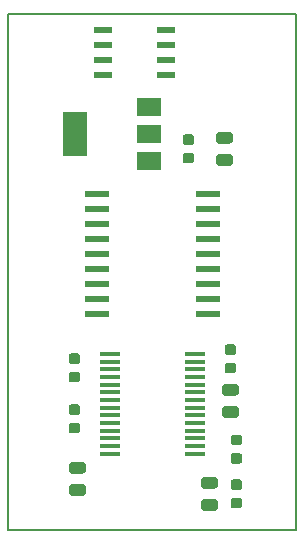
<source format=gbr>
%TF.GenerationSoftware,KiCad,Pcbnew,(5.0.2)-1*%
%TF.CreationDate,2020-12-10T22:03:50+01:00*%
%TF.ProjectId,canduino,63616e64-7569-46e6-9f2e-6b696361645f,rev?*%
%TF.SameCoordinates,Original*%
%TF.FileFunction,Paste,Bot*%
%TF.FilePolarity,Positive*%
%FSLAX46Y46*%
G04 Gerber Fmt 4.6, Leading zero omitted, Abs format (unit mm)*
G04 Created by KiCad (PCBNEW (5.0.2)-1) date 10.12.2020 22:03:50*
%MOMM*%
%LPD*%
G01*
G04 APERTURE LIST*
%ADD10C,0.200000*%
%ADD11C,0.100000*%
%ADD12C,0.975000*%
%ADD13C,0.875000*%
%ADD14R,2.000000X0.600000*%
%ADD15R,1.550000X0.600000*%
%ADD16R,2.000000X3.800000*%
%ADD17R,2.000000X1.500000*%
%ADD18R,1.750000X0.450000*%
G04 APERTURE END LIST*
D10*
X76708000Y-63500000D02*
X101092000Y-63500000D01*
X76708000Y-107188000D02*
X76708000Y-63500000D01*
X101092000Y-107188000D02*
X76708000Y-107188000D01*
X101092000Y-63500000D02*
X101092000Y-107188000D01*
D11*
G36*
X95476142Y-75381174D02*
X95499803Y-75384684D01*
X95523007Y-75390496D01*
X95545529Y-75398554D01*
X95567153Y-75408782D01*
X95587670Y-75421079D01*
X95606883Y-75435329D01*
X95624607Y-75451393D01*
X95640671Y-75469117D01*
X95654921Y-75488330D01*
X95667218Y-75508847D01*
X95677446Y-75530471D01*
X95685504Y-75552993D01*
X95691316Y-75576197D01*
X95694826Y-75599858D01*
X95696000Y-75623750D01*
X95696000Y-76111250D01*
X95694826Y-76135142D01*
X95691316Y-76158803D01*
X95685504Y-76182007D01*
X95677446Y-76204529D01*
X95667218Y-76226153D01*
X95654921Y-76246670D01*
X95640671Y-76265883D01*
X95624607Y-76283607D01*
X95606883Y-76299671D01*
X95587670Y-76313921D01*
X95567153Y-76326218D01*
X95545529Y-76336446D01*
X95523007Y-76344504D01*
X95499803Y-76350316D01*
X95476142Y-76353826D01*
X95452250Y-76355000D01*
X94539750Y-76355000D01*
X94515858Y-76353826D01*
X94492197Y-76350316D01*
X94468993Y-76344504D01*
X94446471Y-76336446D01*
X94424847Y-76326218D01*
X94404330Y-76313921D01*
X94385117Y-76299671D01*
X94367393Y-76283607D01*
X94351329Y-76265883D01*
X94337079Y-76246670D01*
X94324782Y-76226153D01*
X94314554Y-76204529D01*
X94306496Y-76182007D01*
X94300684Y-76158803D01*
X94297174Y-76135142D01*
X94296000Y-76111250D01*
X94296000Y-75623750D01*
X94297174Y-75599858D01*
X94300684Y-75576197D01*
X94306496Y-75552993D01*
X94314554Y-75530471D01*
X94324782Y-75508847D01*
X94337079Y-75488330D01*
X94351329Y-75469117D01*
X94367393Y-75451393D01*
X94385117Y-75435329D01*
X94404330Y-75421079D01*
X94424847Y-75408782D01*
X94446471Y-75398554D01*
X94468993Y-75390496D01*
X94492197Y-75384684D01*
X94515858Y-75381174D01*
X94539750Y-75380000D01*
X95452250Y-75380000D01*
X95476142Y-75381174D01*
X95476142Y-75381174D01*
G37*
D12*
X94996000Y-75867500D03*
D11*
G36*
X95476142Y-73506174D02*
X95499803Y-73509684D01*
X95523007Y-73515496D01*
X95545529Y-73523554D01*
X95567153Y-73533782D01*
X95587670Y-73546079D01*
X95606883Y-73560329D01*
X95624607Y-73576393D01*
X95640671Y-73594117D01*
X95654921Y-73613330D01*
X95667218Y-73633847D01*
X95677446Y-73655471D01*
X95685504Y-73677993D01*
X95691316Y-73701197D01*
X95694826Y-73724858D01*
X95696000Y-73748750D01*
X95696000Y-74236250D01*
X95694826Y-74260142D01*
X95691316Y-74283803D01*
X95685504Y-74307007D01*
X95677446Y-74329529D01*
X95667218Y-74351153D01*
X95654921Y-74371670D01*
X95640671Y-74390883D01*
X95624607Y-74408607D01*
X95606883Y-74424671D01*
X95587670Y-74438921D01*
X95567153Y-74451218D01*
X95545529Y-74461446D01*
X95523007Y-74469504D01*
X95499803Y-74475316D01*
X95476142Y-74478826D01*
X95452250Y-74480000D01*
X94539750Y-74480000D01*
X94515858Y-74478826D01*
X94492197Y-74475316D01*
X94468993Y-74469504D01*
X94446471Y-74461446D01*
X94424847Y-74451218D01*
X94404330Y-74438921D01*
X94385117Y-74424671D01*
X94367393Y-74408607D01*
X94351329Y-74390883D01*
X94337079Y-74371670D01*
X94324782Y-74351153D01*
X94314554Y-74329529D01*
X94306496Y-74307007D01*
X94300684Y-74283803D01*
X94297174Y-74260142D01*
X94296000Y-74236250D01*
X94296000Y-73748750D01*
X94297174Y-73724858D01*
X94300684Y-73701197D01*
X94306496Y-73677993D01*
X94314554Y-73655471D01*
X94324782Y-73633847D01*
X94337079Y-73613330D01*
X94351329Y-73594117D01*
X94367393Y-73576393D01*
X94385117Y-73560329D01*
X94404330Y-73546079D01*
X94424847Y-73533782D01*
X94446471Y-73523554D01*
X94468993Y-73515496D01*
X94492197Y-73509684D01*
X94515858Y-73506174D01*
X94539750Y-73505000D01*
X95452250Y-73505000D01*
X95476142Y-73506174D01*
X95476142Y-73506174D01*
G37*
D12*
X94996000Y-73992500D03*
D11*
G36*
X96289691Y-100706553D02*
X96310926Y-100709703D01*
X96331750Y-100714919D01*
X96351962Y-100722151D01*
X96371368Y-100731330D01*
X96389781Y-100742366D01*
X96407024Y-100755154D01*
X96422930Y-100769570D01*
X96437346Y-100785476D01*
X96450134Y-100802719D01*
X96461170Y-100821132D01*
X96470349Y-100840538D01*
X96477581Y-100860750D01*
X96482797Y-100881574D01*
X96485947Y-100902809D01*
X96487000Y-100924250D01*
X96487000Y-101361750D01*
X96485947Y-101383191D01*
X96482797Y-101404426D01*
X96477581Y-101425250D01*
X96470349Y-101445462D01*
X96461170Y-101464868D01*
X96450134Y-101483281D01*
X96437346Y-101500524D01*
X96422930Y-101516430D01*
X96407024Y-101530846D01*
X96389781Y-101543634D01*
X96371368Y-101554670D01*
X96351962Y-101563849D01*
X96331750Y-101571081D01*
X96310926Y-101576297D01*
X96289691Y-101579447D01*
X96268250Y-101580500D01*
X95755750Y-101580500D01*
X95734309Y-101579447D01*
X95713074Y-101576297D01*
X95692250Y-101571081D01*
X95672038Y-101563849D01*
X95652632Y-101554670D01*
X95634219Y-101543634D01*
X95616976Y-101530846D01*
X95601070Y-101516430D01*
X95586654Y-101500524D01*
X95573866Y-101483281D01*
X95562830Y-101464868D01*
X95553651Y-101445462D01*
X95546419Y-101425250D01*
X95541203Y-101404426D01*
X95538053Y-101383191D01*
X95537000Y-101361750D01*
X95537000Y-100924250D01*
X95538053Y-100902809D01*
X95541203Y-100881574D01*
X95546419Y-100860750D01*
X95553651Y-100840538D01*
X95562830Y-100821132D01*
X95573866Y-100802719D01*
X95586654Y-100785476D01*
X95601070Y-100769570D01*
X95616976Y-100755154D01*
X95634219Y-100742366D01*
X95652632Y-100731330D01*
X95672038Y-100722151D01*
X95692250Y-100714919D01*
X95713074Y-100709703D01*
X95734309Y-100706553D01*
X95755750Y-100705500D01*
X96268250Y-100705500D01*
X96289691Y-100706553D01*
X96289691Y-100706553D01*
G37*
D13*
X96012000Y-101143000D03*
D11*
G36*
X96289691Y-99131553D02*
X96310926Y-99134703D01*
X96331750Y-99139919D01*
X96351962Y-99147151D01*
X96371368Y-99156330D01*
X96389781Y-99167366D01*
X96407024Y-99180154D01*
X96422930Y-99194570D01*
X96437346Y-99210476D01*
X96450134Y-99227719D01*
X96461170Y-99246132D01*
X96470349Y-99265538D01*
X96477581Y-99285750D01*
X96482797Y-99306574D01*
X96485947Y-99327809D01*
X96487000Y-99349250D01*
X96487000Y-99786750D01*
X96485947Y-99808191D01*
X96482797Y-99829426D01*
X96477581Y-99850250D01*
X96470349Y-99870462D01*
X96461170Y-99889868D01*
X96450134Y-99908281D01*
X96437346Y-99925524D01*
X96422930Y-99941430D01*
X96407024Y-99955846D01*
X96389781Y-99968634D01*
X96371368Y-99979670D01*
X96351962Y-99988849D01*
X96331750Y-99996081D01*
X96310926Y-100001297D01*
X96289691Y-100004447D01*
X96268250Y-100005500D01*
X95755750Y-100005500D01*
X95734309Y-100004447D01*
X95713074Y-100001297D01*
X95692250Y-99996081D01*
X95672038Y-99988849D01*
X95652632Y-99979670D01*
X95634219Y-99968634D01*
X95616976Y-99955846D01*
X95601070Y-99941430D01*
X95586654Y-99925524D01*
X95573866Y-99908281D01*
X95562830Y-99889868D01*
X95553651Y-99870462D01*
X95546419Y-99850250D01*
X95541203Y-99829426D01*
X95538053Y-99808191D01*
X95537000Y-99786750D01*
X95537000Y-99349250D01*
X95538053Y-99327809D01*
X95541203Y-99306574D01*
X95546419Y-99285750D01*
X95553651Y-99265538D01*
X95562830Y-99246132D01*
X95573866Y-99227719D01*
X95586654Y-99210476D01*
X95601070Y-99194570D01*
X95616976Y-99180154D01*
X95634219Y-99167366D01*
X95652632Y-99156330D01*
X95672038Y-99147151D01*
X95692250Y-99139919D01*
X95713074Y-99134703D01*
X95734309Y-99131553D01*
X95755750Y-99130500D01*
X96268250Y-99130500D01*
X96289691Y-99131553D01*
X96289691Y-99131553D01*
G37*
D13*
X96012000Y-99568000D03*
D11*
G36*
X83030142Y-101446174D02*
X83053803Y-101449684D01*
X83077007Y-101455496D01*
X83099529Y-101463554D01*
X83121153Y-101473782D01*
X83141670Y-101486079D01*
X83160883Y-101500329D01*
X83178607Y-101516393D01*
X83194671Y-101534117D01*
X83208921Y-101553330D01*
X83221218Y-101573847D01*
X83231446Y-101595471D01*
X83239504Y-101617993D01*
X83245316Y-101641197D01*
X83248826Y-101664858D01*
X83250000Y-101688750D01*
X83250000Y-102176250D01*
X83248826Y-102200142D01*
X83245316Y-102223803D01*
X83239504Y-102247007D01*
X83231446Y-102269529D01*
X83221218Y-102291153D01*
X83208921Y-102311670D01*
X83194671Y-102330883D01*
X83178607Y-102348607D01*
X83160883Y-102364671D01*
X83141670Y-102378921D01*
X83121153Y-102391218D01*
X83099529Y-102401446D01*
X83077007Y-102409504D01*
X83053803Y-102415316D01*
X83030142Y-102418826D01*
X83006250Y-102420000D01*
X82093750Y-102420000D01*
X82069858Y-102418826D01*
X82046197Y-102415316D01*
X82022993Y-102409504D01*
X82000471Y-102401446D01*
X81978847Y-102391218D01*
X81958330Y-102378921D01*
X81939117Y-102364671D01*
X81921393Y-102348607D01*
X81905329Y-102330883D01*
X81891079Y-102311670D01*
X81878782Y-102291153D01*
X81868554Y-102269529D01*
X81860496Y-102247007D01*
X81854684Y-102223803D01*
X81851174Y-102200142D01*
X81850000Y-102176250D01*
X81850000Y-101688750D01*
X81851174Y-101664858D01*
X81854684Y-101641197D01*
X81860496Y-101617993D01*
X81868554Y-101595471D01*
X81878782Y-101573847D01*
X81891079Y-101553330D01*
X81905329Y-101534117D01*
X81921393Y-101516393D01*
X81939117Y-101500329D01*
X81958330Y-101486079D01*
X81978847Y-101473782D01*
X82000471Y-101463554D01*
X82022993Y-101455496D01*
X82046197Y-101449684D01*
X82069858Y-101446174D01*
X82093750Y-101445000D01*
X83006250Y-101445000D01*
X83030142Y-101446174D01*
X83030142Y-101446174D01*
G37*
D12*
X82550000Y-101932500D03*
D11*
G36*
X83030142Y-103321174D02*
X83053803Y-103324684D01*
X83077007Y-103330496D01*
X83099529Y-103338554D01*
X83121153Y-103348782D01*
X83141670Y-103361079D01*
X83160883Y-103375329D01*
X83178607Y-103391393D01*
X83194671Y-103409117D01*
X83208921Y-103428330D01*
X83221218Y-103448847D01*
X83231446Y-103470471D01*
X83239504Y-103492993D01*
X83245316Y-103516197D01*
X83248826Y-103539858D01*
X83250000Y-103563750D01*
X83250000Y-104051250D01*
X83248826Y-104075142D01*
X83245316Y-104098803D01*
X83239504Y-104122007D01*
X83231446Y-104144529D01*
X83221218Y-104166153D01*
X83208921Y-104186670D01*
X83194671Y-104205883D01*
X83178607Y-104223607D01*
X83160883Y-104239671D01*
X83141670Y-104253921D01*
X83121153Y-104266218D01*
X83099529Y-104276446D01*
X83077007Y-104284504D01*
X83053803Y-104290316D01*
X83030142Y-104293826D01*
X83006250Y-104295000D01*
X82093750Y-104295000D01*
X82069858Y-104293826D01*
X82046197Y-104290316D01*
X82022993Y-104284504D01*
X82000471Y-104276446D01*
X81978847Y-104266218D01*
X81958330Y-104253921D01*
X81939117Y-104239671D01*
X81921393Y-104223607D01*
X81905329Y-104205883D01*
X81891079Y-104186670D01*
X81878782Y-104166153D01*
X81868554Y-104144529D01*
X81860496Y-104122007D01*
X81854684Y-104098803D01*
X81851174Y-104075142D01*
X81850000Y-104051250D01*
X81850000Y-103563750D01*
X81851174Y-103539858D01*
X81854684Y-103516197D01*
X81860496Y-103492993D01*
X81868554Y-103470471D01*
X81878782Y-103448847D01*
X81891079Y-103428330D01*
X81905329Y-103409117D01*
X81921393Y-103391393D01*
X81939117Y-103375329D01*
X81958330Y-103361079D01*
X81978847Y-103348782D01*
X82000471Y-103338554D01*
X82022993Y-103330496D01*
X82046197Y-103324684D01*
X82069858Y-103321174D01*
X82093750Y-103320000D01*
X83006250Y-103320000D01*
X83030142Y-103321174D01*
X83030142Y-103321174D01*
G37*
D12*
X82550000Y-103807500D03*
D11*
G36*
X95984142Y-96717174D02*
X96007803Y-96720684D01*
X96031007Y-96726496D01*
X96053529Y-96734554D01*
X96075153Y-96744782D01*
X96095670Y-96757079D01*
X96114883Y-96771329D01*
X96132607Y-96787393D01*
X96148671Y-96805117D01*
X96162921Y-96824330D01*
X96175218Y-96844847D01*
X96185446Y-96866471D01*
X96193504Y-96888993D01*
X96199316Y-96912197D01*
X96202826Y-96935858D01*
X96204000Y-96959750D01*
X96204000Y-97447250D01*
X96202826Y-97471142D01*
X96199316Y-97494803D01*
X96193504Y-97518007D01*
X96185446Y-97540529D01*
X96175218Y-97562153D01*
X96162921Y-97582670D01*
X96148671Y-97601883D01*
X96132607Y-97619607D01*
X96114883Y-97635671D01*
X96095670Y-97649921D01*
X96075153Y-97662218D01*
X96053529Y-97672446D01*
X96031007Y-97680504D01*
X96007803Y-97686316D01*
X95984142Y-97689826D01*
X95960250Y-97691000D01*
X95047750Y-97691000D01*
X95023858Y-97689826D01*
X95000197Y-97686316D01*
X94976993Y-97680504D01*
X94954471Y-97672446D01*
X94932847Y-97662218D01*
X94912330Y-97649921D01*
X94893117Y-97635671D01*
X94875393Y-97619607D01*
X94859329Y-97601883D01*
X94845079Y-97582670D01*
X94832782Y-97562153D01*
X94822554Y-97540529D01*
X94814496Y-97518007D01*
X94808684Y-97494803D01*
X94805174Y-97471142D01*
X94804000Y-97447250D01*
X94804000Y-96959750D01*
X94805174Y-96935858D01*
X94808684Y-96912197D01*
X94814496Y-96888993D01*
X94822554Y-96866471D01*
X94832782Y-96844847D01*
X94845079Y-96824330D01*
X94859329Y-96805117D01*
X94875393Y-96787393D01*
X94893117Y-96771329D01*
X94912330Y-96757079D01*
X94932847Y-96744782D01*
X94954471Y-96734554D01*
X94976993Y-96726496D01*
X95000197Y-96720684D01*
X95023858Y-96717174D01*
X95047750Y-96716000D01*
X95960250Y-96716000D01*
X95984142Y-96717174D01*
X95984142Y-96717174D01*
G37*
D12*
X95504000Y-97203500D03*
D11*
G36*
X95984142Y-94842174D02*
X96007803Y-94845684D01*
X96031007Y-94851496D01*
X96053529Y-94859554D01*
X96075153Y-94869782D01*
X96095670Y-94882079D01*
X96114883Y-94896329D01*
X96132607Y-94912393D01*
X96148671Y-94930117D01*
X96162921Y-94949330D01*
X96175218Y-94969847D01*
X96185446Y-94991471D01*
X96193504Y-95013993D01*
X96199316Y-95037197D01*
X96202826Y-95060858D01*
X96204000Y-95084750D01*
X96204000Y-95572250D01*
X96202826Y-95596142D01*
X96199316Y-95619803D01*
X96193504Y-95643007D01*
X96185446Y-95665529D01*
X96175218Y-95687153D01*
X96162921Y-95707670D01*
X96148671Y-95726883D01*
X96132607Y-95744607D01*
X96114883Y-95760671D01*
X96095670Y-95774921D01*
X96075153Y-95787218D01*
X96053529Y-95797446D01*
X96031007Y-95805504D01*
X96007803Y-95811316D01*
X95984142Y-95814826D01*
X95960250Y-95816000D01*
X95047750Y-95816000D01*
X95023858Y-95814826D01*
X95000197Y-95811316D01*
X94976993Y-95805504D01*
X94954471Y-95797446D01*
X94932847Y-95787218D01*
X94912330Y-95774921D01*
X94893117Y-95760671D01*
X94875393Y-95744607D01*
X94859329Y-95726883D01*
X94845079Y-95707670D01*
X94832782Y-95687153D01*
X94822554Y-95665529D01*
X94814496Y-95643007D01*
X94808684Y-95619803D01*
X94805174Y-95596142D01*
X94804000Y-95572250D01*
X94804000Y-95084750D01*
X94805174Y-95060858D01*
X94808684Y-95037197D01*
X94814496Y-95013993D01*
X94822554Y-94991471D01*
X94832782Y-94969847D01*
X94845079Y-94949330D01*
X94859329Y-94930117D01*
X94875393Y-94912393D01*
X94893117Y-94896329D01*
X94912330Y-94882079D01*
X94932847Y-94869782D01*
X94954471Y-94859554D01*
X94976993Y-94851496D01*
X95000197Y-94845684D01*
X95023858Y-94842174D01*
X95047750Y-94841000D01*
X95960250Y-94841000D01*
X95984142Y-94842174D01*
X95984142Y-94842174D01*
G37*
D12*
X95504000Y-95328500D03*
D11*
G36*
X96289691Y-102916053D02*
X96310926Y-102919203D01*
X96331750Y-102924419D01*
X96351962Y-102931651D01*
X96371368Y-102940830D01*
X96389781Y-102951866D01*
X96407024Y-102964654D01*
X96422930Y-102979070D01*
X96437346Y-102994976D01*
X96450134Y-103012219D01*
X96461170Y-103030632D01*
X96470349Y-103050038D01*
X96477581Y-103070250D01*
X96482797Y-103091074D01*
X96485947Y-103112309D01*
X96487000Y-103133750D01*
X96487000Y-103571250D01*
X96485947Y-103592691D01*
X96482797Y-103613926D01*
X96477581Y-103634750D01*
X96470349Y-103654962D01*
X96461170Y-103674368D01*
X96450134Y-103692781D01*
X96437346Y-103710024D01*
X96422930Y-103725930D01*
X96407024Y-103740346D01*
X96389781Y-103753134D01*
X96371368Y-103764170D01*
X96351962Y-103773349D01*
X96331750Y-103780581D01*
X96310926Y-103785797D01*
X96289691Y-103788947D01*
X96268250Y-103790000D01*
X95755750Y-103790000D01*
X95734309Y-103788947D01*
X95713074Y-103785797D01*
X95692250Y-103780581D01*
X95672038Y-103773349D01*
X95652632Y-103764170D01*
X95634219Y-103753134D01*
X95616976Y-103740346D01*
X95601070Y-103725930D01*
X95586654Y-103710024D01*
X95573866Y-103692781D01*
X95562830Y-103674368D01*
X95553651Y-103654962D01*
X95546419Y-103634750D01*
X95541203Y-103613926D01*
X95538053Y-103592691D01*
X95537000Y-103571250D01*
X95537000Y-103133750D01*
X95538053Y-103112309D01*
X95541203Y-103091074D01*
X95546419Y-103070250D01*
X95553651Y-103050038D01*
X95562830Y-103030632D01*
X95573866Y-103012219D01*
X95586654Y-102994976D01*
X95601070Y-102979070D01*
X95616976Y-102964654D01*
X95634219Y-102951866D01*
X95652632Y-102940830D01*
X95672038Y-102931651D01*
X95692250Y-102924419D01*
X95713074Y-102919203D01*
X95734309Y-102916053D01*
X95755750Y-102915000D01*
X96268250Y-102915000D01*
X96289691Y-102916053D01*
X96289691Y-102916053D01*
G37*
D13*
X96012000Y-103352500D03*
D11*
G36*
X96289691Y-104491053D02*
X96310926Y-104494203D01*
X96331750Y-104499419D01*
X96351962Y-104506651D01*
X96371368Y-104515830D01*
X96389781Y-104526866D01*
X96407024Y-104539654D01*
X96422930Y-104554070D01*
X96437346Y-104569976D01*
X96450134Y-104587219D01*
X96461170Y-104605632D01*
X96470349Y-104625038D01*
X96477581Y-104645250D01*
X96482797Y-104666074D01*
X96485947Y-104687309D01*
X96487000Y-104708750D01*
X96487000Y-105146250D01*
X96485947Y-105167691D01*
X96482797Y-105188926D01*
X96477581Y-105209750D01*
X96470349Y-105229962D01*
X96461170Y-105249368D01*
X96450134Y-105267781D01*
X96437346Y-105285024D01*
X96422930Y-105300930D01*
X96407024Y-105315346D01*
X96389781Y-105328134D01*
X96371368Y-105339170D01*
X96351962Y-105348349D01*
X96331750Y-105355581D01*
X96310926Y-105360797D01*
X96289691Y-105363947D01*
X96268250Y-105365000D01*
X95755750Y-105365000D01*
X95734309Y-105363947D01*
X95713074Y-105360797D01*
X95692250Y-105355581D01*
X95672038Y-105348349D01*
X95652632Y-105339170D01*
X95634219Y-105328134D01*
X95616976Y-105315346D01*
X95601070Y-105300930D01*
X95586654Y-105285024D01*
X95573866Y-105267781D01*
X95562830Y-105249368D01*
X95553651Y-105229962D01*
X95546419Y-105209750D01*
X95541203Y-105188926D01*
X95538053Y-105167691D01*
X95537000Y-105146250D01*
X95537000Y-104708750D01*
X95538053Y-104687309D01*
X95541203Y-104666074D01*
X95546419Y-104645250D01*
X95553651Y-104625038D01*
X95562830Y-104605632D01*
X95573866Y-104587219D01*
X95586654Y-104569976D01*
X95601070Y-104554070D01*
X95616976Y-104539654D01*
X95634219Y-104526866D01*
X95652632Y-104515830D01*
X95672038Y-104506651D01*
X95692250Y-104499419D01*
X95713074Y-104494203D01*
X95734309Y-104491053D01*
X95755750Y-104490000D01*
X96268250Y-104490000D01*
X96289691Y-104491053D01*
X96289691Y-104491053D01*
G37*
D13*
X96012000Y-104927500D03*
D11*
G36*
X82573691Y-98141053D02*
X82594926Y-98144203D01*
X82615750Y-98149419D01*
X82635962Y-98156651D01*
X82655368Y-98165830D01*
X82673781Y-98176866D01*
X82691024Y-98189654D01*
X82706930Y-98204070D01*
X82721346Y-98219976D01*
X82734134Y-98237219D01*
X82745170Y-98255632D01*
X82754349Y-98275038D01*
X82761581Y-98295250D01*
X82766797Y-98316074D01*
X82769947Y-98337309D01*
X82771000Y-98358750D01*
X82771000Y-98796250D01*
X82769947Y-98817691D01*
X82766797Y-98838926D01*
X82761581Y-98859750D01*
X82754349Y-98879962D01*
X82745170Y-98899368D01*
X82734134Y-98917781D01*
X82721346Y-98935024D01*
X82706930Y-98950930D01*
X82691024Y-98965346D01*
X82673781Y-98978134D01*
X82655368Y-98989170D01*
X82635962Y-98998349D01*
X82615750Y-99005581D01*
X82594926Y-99010797D01*
X82573691Y-99013947D01*
X82552250Y-99015000D01*
X82039750Y-99015000D01*
X82018309Y-99013947D01*
X81997074Y-99010797D01*
X81976250Y-99005581D01*
X81956038Y-98998349D01*
X81936632Y-98989170D01*
X81918219Y-98978134D01*
X81900976Y-98965346D01*
X81885070Y-98950930D01*
X81870654Y-98935024D01*
X81857866Y-98917781D01*
X81846830Y-98899368D01*
X81837651Y-98879962D01*
X81830419Y-98859750D01*
X81825203Y-98838926D01*
X81822053Y-98817691D01*
X81821000Y-98796250D01*
X81821000Y-98358750D01*
X81822053Y-98337309D01*
X81825203Y-98316074D01*
X81830419Y-98295250D01*
X81837651Y-98275038D01*
X81846830Y-98255632D01*
X81857866Y-98237219D01*
X81870654Y-98219976D01*
X81885070Y-98204070D01*
X81900976Y-98189654D01*
X81918219Y-98176866D01*
X81936632Y-98165830D01*
X81956038Y-98156651D01*
X81976250Y-98149419D01*
X81997074Y-98144203D01*
X82018309Y-98141053D01*
X82039750Y-98140000D01*
X82552250Y-98140000D01*
X82573691Y-98141053D01*
X82573691Y-98141053D01*
G37*
D13*
X82296000Y-98577500D03*
D11*
G36*
X82573691Y-96566053D02*
X82594926Y-96569203D01*
X82615750Y-96574419D01*
X82635962Y-96581651D01*
X82655368Y-96590830D01*
X82673781Y-96601866D01*
X82691024Y-96614654D01*
X82706930Y-96629070D01*
X82721346Y-96644976D01*
X82734134Y-96662219D01*
X82745170Y-96680632D01*
X82754349Y-96700038D01*
X82761581Y-96720250D01*
X82766797Y-96741074D01*
X82769947Y-96762309D01*
X82771000Y-96783750D01*
X82771000Y-97221250D01*
X82769947Y-97242691D01*
X82766797Y-97263926D01*
X82761581Y-97284750D01*
X82754349Y-97304962D01*
X82745170Y-97324368D01*
X82734134Y-97342781D01*
X82721346Y-97360024D01*
X82706930Y-97375930D01*
X82691024Y-97390346D01*
X82673781Y-97403134D01*
X82655368Y-97414170D01*
X82635962Y-97423349D01*
X82615750Y-97430581D01*
X82594926Y-97435797D01*
X82573691Y-97438947D01*
X82552250Y-97440000D01*
X82039750Y-97440000D01*
X82018309Y-97438947D01*
X81997074Y-97435797D01*
X81976250Y-97430581D01*
X81956038Y-97423349D01*
X81936632Y-97414170D01*
X81918219Y-97403134D01*
X81900976Y-97390346D01*
X81885070Y-97375930D01*
X81870654Y-97360024D01*
X81857866Y-97342781D01*
X81846830Y-97324368D01*
X81837651Y-97304962D01*
X81830419Y-97284750D01*
X81825203Y-97263926D01*
X81822053Y-97242691D01*
X81821000Y-97221250D01*
X81821000Y-96783750D01*
X81822053Y-96762309D01*
X81825203Y-96741074D01*
X81830419Y-96720250D01*
X81837651Y-96700038D01*
X81846830Y-96680632D01*
X81857866Y-96662219D01*
X81870654Y-96644976D01*
X81885070Y-96629070D01*
X81900976Y-96614654D01*
X81918219Y-96601866D01*
X81936632Y-96590830D01*
X81956038Y-96581651D01*
X81976250Y-96574419D01*
X81997074Y-96569203D01*
X82018309Y-96566053D01*
X82039750Y-96565000D01*
X82552250Y-96565000D01*
X82573691Y-96566053D01*
X82573691Y-96566053D01*
G37*
D13*
X82296000Y-97002500D03*
D11*
G36*
X94206142Y-102716174D02*
X94229803Y-102719684D01*
X94253007Y-102725496D01*
X94275529Y-102733554D01*
X94297153Y-102743782D01*
X94317670Y-102756079D01*
X94336883Y-102770329D01*
X94354607Y-102786393D01*
X94370671Y-102804117D01*
X94384921Y-102823330D01*
X94397218Y-102843847D01*
X94407446Y-102865471D01*
X94415504Y-102887993D01*
X94421316Y-102911197D01*
X94424826Y-102934858D01*
X94426000Y-102958750D01*
X94426000Y-103446250D01*
X94424826Y-103470142D01*
X94421316Y-103493803D01*
X94415504Y-103517007D01*
X94407446Y-103539529D01*
X94397218Y-103561153D01*
X94384921Y-103581670D01*
X94370671Y-103600883D01*
X94354607Y-103618607D01*
X94336883Y-103634671D01*
X94317670Y-103648921D01*
X94297153Y-103661218D01*
X94275529Y-103671446D01*
X94253007Y-103679504D01*
X94229803Y-103685316D01*
X94206142Y-103688826D01*
X94182250Y-103690000D01*
X93269750Y-103690000D01*
X93245858Y-103688826D01*
X93222197Y-103685316D01*
X93198993Y-103679504D01*
X93176471Y-103671446D01*
X93154847Y-103661218D01*
X93134330Y-103648921D01*
X93115117Y-103634671D01*
X93097393Y-103618607D01*
X93081329Y-103600883D01*
X93067079Y-103581670D01*
X93054782Y-103561153D01*
X93044554Y-103539529D01*
X93036496Y-103517007D01*
X93030684Y-103493803D01*
X93027174Y-103470142D01*
X93026000Y-103446250D01*
X93026000Y-102958750D01*
X93027174Y-102934858D01*
X93030684Y-102911197D01*
X93036496Y-102887993D01*
X93044554Y-102865471D01*
X93054782Y-102843847D01*
X93067079Y-102823330D01*
X93081329Y-102804117D01*
X93097393Y-102786393D01*
X93115117Y-102770329D01*
X93134330Y-102756079D01*
X93154847Y-102743782D01*
X93176471Y-102733554D01*
X93198993Y-102725496D01*
X93222197Y-102719684D01*
X93245858Y-102716174D01*
X93269750Y-102715000D01*
X94182250Y-102715000D01*
X94206142Y-102716174D01*
X94206142Y-102716174D01*
G37*
D12*
X93726000Y-103202500D03*
D11*
G36*
X94206142Y-104591174D02*
X94229803Y-104594684D01*
X94253007Y-104600496D01*
X94275529Y-104608554D01*
X94297153Y-104618782D01*
X94317670Y-104631079D01*
X94336883Y-104645329D01*
X94354607Y-104661393D01*
X94370671Y-104679117D01*
X94384921Y-104698330D01*
X94397218Y-104718847D01*
X94407446Y-104740471D01*
X94415504Y-104762993D01*
X94421316Y-104786197D01*
X94424826Y-104809858D01*
X94426000Y-104833750D01*
X94426000Y-105321250D01*
X94424826Y-105345142D01*
X94421316Y-105368803D01*
X94415504Y-105392007D01*
X94407446Y-105414529D01*
X94397218Y-105436153D01*
X94384921Y-105456670D01*
X94370671Y-105475883D01*
X94354607Y-105493607D01*
X94336883Y-105509671D01*
X94317670Y-105523921D01*
X94297153Y-105536218D01*
X94275529Y-105546446D01*
X94253007Y-105554504D01*
X94229803Y-105560316D01*
X94206142Y-105563826D01*
X94182250Y-105565000D01*
X93269750Y-105565000D01*
X93245858Y-105563826D01*
X93222197Y-105560316D01*
X93198993Y-105554504D01*
X93176471Y-105546446D01*
X93154847Y-105536218D01*
X93134330Y-105523921D01*
X93115117Y-105509671D01*
X93097393Y-105493607D01*
X93081329Y-105475883D01*
X93067079Y-105456670D01*
X93054782Y-105436153D01*
X93044554Y-105414529D01*
X93036496Y-105392007D01*
X93030684Y-105368803D01*
X93027174Y-105345142D01*
X93026000Y-105321250D01*
X93026000Y-104833750D01*
X93027174Y-104809858D01*
X93030684Y-104786197D01*
X93036496Y-104762993D01*
X93044554Y-104740471D01*
X93054782Y-104718847D01*
X93067079Y-104698330D01*
X93081329Y-104679117D01*
X93097393Y-104661393D01*
X93115117Y-104645329D01*
X93134330Y-104631079D01*
X93154847Y-104618782D01*
X93176471Y-104608554D01*
X93198993Y-104600496D01*
X93222197Y-104594684D01*
X93245858Y-104591174D01*
X93269750Y-104590000D01*
X94182250Y-104590000D01*
X94206142Y-104591174D01*
X94206142Y-104591174D01*
G37*
D12*
X93726000Y-105077500D03*
D11*
G36*
X95781691Y-91486053D02*
X95802926Y-91489203D01*
X95823750Y-91494419D01*
X95843962Y-91501651D01*
X95863368Y-91510830D01*
X95881781Y-91521866D01*
X95899024Y-91534654D01*
X95914930Y-91549070D01*
X95929346Y-91564976D01*
X95942134Y-91582219D01*
X95953170Y-91600632D01*
X95962349Y-91620038D01*
X95969581Y-91640250D01*
X95974797Y-91661074D01*
X95977947Y-91682309D01*
X95979000Y-91703750D01*
X95979000Y-92141250D01*
X95977947Y-92162691D01*
X95974797Y-92183926D01*
X95969581Y-92204750D01*
X95962349Y-92224962D01*
X95953170Y-92244368D01*
X95942134Y-92262781D01*
X95929346Y-92280024D01*
X95914930Y-92295930D01*
X95899024Y-92310346D01*
X95881781Y-92323134D01*
X95863368Y-92334170D01*
X95843962Y-92343349D01*
X95823750Y-92350581D01*
X95802926Y-92355797D01*
X95781691Y-92358947D01*
X95760250Y-92360000D01*
X95247750Y-92360000D01*
X95226309Y-92358947D01*
X95205074Y-92355797D01*
X95184250Y-92350581D01*
X95164038Y-92343349D01*
X95144632Y-92334170D01*
X95126219Y-92323134D01*
X95108976Y-92310346D01*
X95093070Y-92295930D01*
X95078654Y-92280024D01*
X95065866Y-92262781D01*
X95054830Y-92244368D01*
X95045651Y-92224962D01*
X95038419Y-92204750D01*
X95033203Y-92183926D01*
X95030053Y-92162691D01*
X95029000Y-92141250D01*
X95029000Y-91703750D01*
X95030053Y-91682309D01*
X95033203Y-91661074D01*
X95038419Y-91640250D01*
X95045651Y-91620038D01*
X95054830Y-91600632D01*
X95065866Y-91582219D01*
X95078654Y-91564976D01*
X95093070Y-91549070D01*
X95108976Y-91534654D01*
X95126219Y-91521866D01*
X95144632Y-91510830D01*
X95164038Y-91501651D01*
X95184250Y-91494419D01*
X95205074Y-91489203D01*
X95226309Y-91486053D01*
X95247750Y-91485000D01*
X95760250Y-91485000D01*
X95781691Y-91486053D01*
X95781691Y-91486053D01*
G37*
D13*
X95504000Y-91922500D03*
D11*
G36*
X95781691Y-93061053D02*
X95802926Y-93064203D01*
X95823750Y-93069419D01*
X95843962Y-93076651D01*
X95863368Y-93085830D01*
X95881781Y-93096866D01*
X95899024Y-93109654D01*
X95914930Y-93124070D01*
X95929346Y-93139976D01*
X95942134Y-93157219D01*
X95953170Y-93175632D01*
X95962349Y-93195038D01*
X95969581Y-93215250D01*
X95974797Y-93236074D01*
X95977947Y-93257309D01*
X95979000Y-93278750D01*
X95979000Y-93716250D01*
X95977947Y-93737691D01*
X95974797Y-93758926D01*
X95969581Y-93779750D01*
X95962349Y-93799962D01*
X95953170Y-93819368D01*
X95942134Y-93837781D01*
X95929346Y-93855024D01*
X95914930Y-93870930D01*
X95899024Y-93885346D01*
X95881781Y-93898134D01*
X95863368Y-93909170D01*
X95843962Y-93918349D01*
X95823750Y-93925581D01*
X95802926Y-93930797D01*
X95781691Y-93933947D01*
X95760250Y-93935000D01*
X95247750Y-93935000D01*
X95226309Y-93933947D01*
X95205074Y-93930797D01*
X95184250Y-93925581D01*
X95164038Y-93918349D01*
X95144632Y-93909170D01*
X95126219Y-93898134D01*
X95108976Y-93885346D01*
X95093070Y-93870930D01*
X95078654Y-93855024D01*
X95065866Y-93837781D01*
X95054830Y-93819368D01*
X95045651Y-93799962D01*
X95038419Y-93779750D01*
X95033203Y-93758926D01*
X95030053Y-93737691D01*
X95029000Y-93716250D01*
X95029000Y-93278750D01*
X95030053Y-93257309D01*
X95033203Y-93236074D01*
X95038419Y-93215250D01*
X95045651Y-93195038D01*
X95054830Y-93175632D01*
X95065866Y-93157219D01*
X95078654Y-93139976D01*
X95093070Y-93124070D01*
X95108976Y-93109654D01*
X95126219Y-93096866D01*
X95144632Y-93085830D01*
X95164038Y-93076651D01*
X95184250Y-93069419D01*
X95205074Y-93064203D01*
X95226309Y-93061053D01*
X95247750Y-93060000D01*
X95760250Y-93060000D01*
X95781691Y-93061053D01*
X95781691Y-93061053D01*
G37*
D13*
X95504000Y-93497500D03*
D11*
G36*
X92225691Y-75281053D02*
X92246926Y-75284203D01*
X92267750Y-75289419D01*
X92287962Y-75296651D01*
X92307368Y-75305830D01*
X92325781Y-75316866D01*
X92343024Y-75329654D01*
X92358930Y-75344070D01*
X92373346Y-75359976D01*
X92386134Y-75377219D01*
X92397170Y-75395632D01*
X92406349Y-75415038D01*
X92413581Y-75435250D01*
X92418797Y-75456074D01*
X92421947Y-75477309D01*
X92423000Y-75498750D01*
X92423000Y-75936250D01*
X92421947Y-75957691D01*
X92418797Y-75978926D01*
X92413581Y-75999750D01*
X92406349Y-76019962D01*
X92397170Y-76039368D01*
X92386134Y-76057781D01*
X92373346Y-76075024D01*
X92358930Y-76090930D01*
X92343024Y-76105346D01*
X92325781Y-76118134D01*
X92307368Y-76129170D01*
X92287962Y-76138349D01*
X92267750Y-76145581D01*
X92246926Y-76150797D01*
X92225691Y-76153947D01*
X92204250Y-76155000D01*
X91691750Y-76155000D01*
X91670309Y-76153947D01*
X91649074Y-76150797D01*
X91628250Y-76145581D01*
X91608038Y-76138349D01*
X91588632Y-76129170D01*
X91570219Y-76118134D01*
X91552976Y-76105346D01*
X91537070Y-76090930D01*
X91522654Y-76075024D01*
X91509866Y-76057781D01*
X91498830Y-76039368D01*
X91489651Y-76019962D01*
X91482419Y-75999750D01*
X91477203Y-75978926D01*
X91474053Y-75957691D01*
X91473000Y-75936250D01*
X91473000Y-75498750D01*
X91474053Y-75477309D01*
X91477203Y-75456074D01*
X91482419Y-75435250D01*
X91489651Y-75415038D01*
X91498830Y-75395632D01*
X91509866Y-75377219D01*
X91522654Y-75359976D01*
X91537070Y-75344070D01*
X91552976Y-75329654D01*
X91570219Y-75316866D01*
X91588632Y-75305830D01*
X91608038Y-75296651D01*
X91628250Y-75289419D01*
X91649074Y-75284203D01*
X91670309Y-75281053D01*
X91691750Y-75280000D01*
X92204250Y-75280000D01*
X92225691Y-75281053D01*
X92225691Y-75281053D01*
G37*
D13*
X91948000Y-75717500D03*
D11*
G36*
X92225691Y-73706053D02*
X92246926Y-73709203D01*
X92267750Y-73714419D01*
X92287962Y-73721651D01*
X92307368Y-73730830D01*
X92325781Y-73741866D01*
X92343024Y-73754654D01*
X92358930Y-73769070D01*
X92373346Y-73784976D01*
X92386134Y-73802219D01*
X92397170Y-73820632D01*
X92406349Y-73840038D01*
X92413581Y-73860250D01*
X92418797Y-73881074D01*
X92421947Y-73902309D01*
X92423000Y-73923750D01*
X92423000Y-74361250D01*
X92421947Y-74382691D01*
X92418797Y-74403926D01*
X92413581Y-74424750D01*
X92406349Y-74444962D01*
X92397170Y-74464368D01*
X92386134Y-74482781D01*
X92373346Y-74500024D01*
X92358930Y-74515930D01*
X92343024Y-74530346D01*
X92325781Y-74543134D01*
X92307368Y-74554170D01*
X92287962Y-74563349D01*
X92267750Y-74570581D01*
X92246926Y-74575797D01*
X92225691Y-74578947D01*
X92204250Y-74580000D01*
X91691750Y-74580000D01*
X91670309Y-74578947D01*
X91649074Y-74575797D01*
X91628250Y-74570581D01*
X91608038Y-74563349D01*
X91588632Y-74554170D01*
X91570219Y-74543134D01*
X91552976Y-74530346D01*
X91537070Y-74515930D01*
X91522654Y-74500024D01*
X91509866Y-74482781D01*
X91498830Y-74464368D01*
X91489651Y-74444962D01*
X91482419Y-74424750D01*
X91477203Y-74403926D01*
X91474053Y-74382691D01*
X91473000Y-74361250D01*
X91473000Y-73923750D01*
X91474053Y-73902309D01*
X91477203Y-73881074D01*
X91482419Y-73860250D01*
X91489651Y-73840038D01*
X91498830Y-73820632D01*
X91509866Y-73802219D01*
X91522654Y-73784976D01*
X91537070Y-73769070D01*
X91552976Y-73754654D01*
X91570219Y-73741866D01*
X91588632Y-73730830D01*
X91608038Y-73721651D01*
X91628250Y-73714419D01*
X91649074Y-73709203D01*
X91670309Y-73706053D01*
X91691750Y-73705000D01*
X92204250Y-73705000D01*
X92225691Y-73706053D01*
X92225691Y-73706053D01*
G37*
D13*
X91948000Y-74142500D03*
D11*
G36*
X82573691Y-92248053D02*
X82594926Y-92251203D01*
X82615750Y-92256419D01*
X82635962Y-92263651D01*
X82655368Y-92272830D01*
X82673781Y-92283866D01*
X82691024Y-92296654D01*
X82706930Y-92311070D01*
X82721346Y-92326976D01*
X82734134Y-92344219D01*
X82745170Y-92362632D01*
X82754349Y-92382038D01*
X82761581Y-92402250D01*
X82766797Y-92423074D01*
X82769947Y-92444309D01*
X82771000Y-92465750D01*
X82771000Y-92903250D01*
X82769947Y-92924691D01*
X82766797Y-92945926D01*
X82761581Y-92966750D01*
X82754349Y-92986962D01*
X82745170Y-93006368D01*
X82734134Y-93024781D01*
X82721346Y-93042024D01*
X82706930Y-93057930D01*
X82691024Y-93072346D01*
X82673781Y-93085134D01*
X82655368Y-93096170D01*
X82635962Y-93105349D01*
X82615750Y-93112581D01*
X82594926Y-93117797D01*
X82573691Y-93120947D01*
X82552250Y-93122000D01*
X82039750Y-93122000D01*
X82018309Y-93120947D01*
X81997074Y-93117797D01*
X81976250Y-93112581D01*
X81956038Y-93105349D01*
X81936632Y-93096170D01*
X81918219Y-93085134D01*
X81900976Y-93072346D01*
X81885070Y-93057930D01*
X81870654Y-93042024D01*
X81857866Y-93024781D01*
X81846830Y-93006368D01*
X81837651Y-92986962D01*
X81830419Y-92966750D01*
X81825203Y-92945926D01*
X81822053Y-92924691D01*
X81821000Y-92903250D01*
X81821000Y-92465750D01*
X81822053Y-92444309D01*
X81825203Y-92423074D01*
X81830419Y-92402250D01*
X81837651Y-92382038D01*
X81846830Y-92362632D01*
X81857866Y-92344219D01*
X81870654Y-92326976D01*
X81885070Y-92311070D01*
X81900976Y-92296654D01*
X81918219Y-92283866D01*
X81936632Y-92272830D01*
X81956038Y-92263651D01*
X81976250Y-92256419D01*
X81997074Y-92251203D01*
X82018309Y-92248053D01*
X82039750Y-92247000D01*
X82552250Y-92247000D01*
X82573691Y-92248053D01*
X82573691Y-92248053D01*
G37*
D13*
X82296000Y-92684500D03*
D11*
G36*
X82573691Y-93823053D02*
X82594926Y-93826203D01*
X82615750Y-93831419D01*
X82635962Y-93838651D01*
X82655368Y-93847830D01*
X82673781Y-93858866D01*
X82691024Y-93871654D01*
X82706930Y-93886070D01*
X82721346Y-93901976D01*
X82734134Y-93919219D01*
X82745170Y-93937632D01*
X82754349Y-93957038D01*
X82761581Y-93977250D01*
X82766797Y-93998074D01*
X82769947Y-94019309D01*
X82771000Y-94040750D01*
X82771000Y-94478250D01*
X82769947Y-94499691D01*
X82766797Y-94520926D01*
X82761581Y-94541750D01*
X82754349Y-94561962D01*
X82745170Y-94581368D01*
X82734134Y-94599781D01*
X82721346Y-94617024D01*
X82706930Y-94632930D01*
X82691024Y-94647346D01*
X82673781Y-94660134D01*
X82655368Y-94671170D01*
X82635962Y-94680349D01*
X82615750Y-94687581D01*
X82594926Y-94692797D01*
X82573691Y-94695947D01*
X82552250Y-94697000D01*
X82039750Y-94697000D01*
X82018309Y-94695947D01*
X81997074Y-94692797D01*
X81976250Y-94687581D01*
X81956038Y-94680349D01*
X81936632Y-94671170D01*
X81918219Y-94660134D01*
X81900976Y-94647346D01*
X81885070Y-94632930D01*
X81870654Y-94617024D01*
X81857866Y-94599781D01*
X81846830Y-94581368D01*
X81837651Y-94561962D01*
X81830419Y-94541750D01*
X81825203Y-94520926D01*
X81822053Y-94499691D01*
X81821000Y-94478250D01*
X81821000Y-94040750D01*
X81822053Y-94019309D01*
X81825203Y-93998074D01*
X81830419Y-93977250D01*
X81837651Y-93957038D01*
X81846830Y-93937632D01*
X81857866Y-93919219D01*
X81870654Y-93901976D01*
X81885070Y-93886070D01*
X81900976Y-93871654D01*
X81918219Y-93858866D01*
X81936632Y-93847830D01*
X81956038Y-93838651D01*
X81976250Y-93831419D01*
X81997074Y-93826203D01*
X82018309Y-93823053D01*
X82039750Y-93822000D01*
X82552250Y-93822000D01*
X82573691Y-93823053D01*
X82573691Y-93823053D01*
G37*
D13*
X82296000Y-94259500D03*
D14*
X84200000Y-88900000D03*
X84200000Y-87630000D03*
X84200000Y-86360000D03*
X84200000Y-85090000D03*
X84200000Y-83820000D03*
X84200000Y-82550000D03*
X84200000Y-81280000D03*
X84200000Y-80010000D03*
X84200000Y-78740000D03*
X93600000Y-78740000D03*
X93600000Y-80010000D03*
X93600000Y-81280000D03*
X93600000Y-82550000D03*
X93600000Y-83820000D03*
X93600000Y-85090000D03*
X93600000Y-86360000D03*
X93600000Y-87630000D03*
X93600000Y-88900000D03*
D15*
X84676000Y-68707000D03*
X84676000Y-67437000D03*
X84676000Y-66167000D03*
X84676000Y-64897000D03*
X90076000Y-64897000D03*
X90076000Y-66167000D03*
X90076000Y-67437000D03*
X90076000Y-68707000D03*
D16*
X82321000Y-73660000D03*
D17*
X88621000Y-73660000D03*
X88621000Y-75960000D03*
X88621000Y-71360000D03*
D18*
X85300000Y-100745000D03*
X85300000Y-100095000D03*
X85300000Y-99445000D03*
X85300000Y-98795000D03*
X85300000Y-98145000D03*
X85300000Y-97495000D03*
X85300000Y-96845000D03*
X85300000Y-96195000D03*
X85300000Y-95545000D03*
X85300000Y-94895000D03*
X85300000Y-94245000D03*
X85300000Y-93595000D03*
X85300000Y-92945000D03*
X85300000Y-92295000D03*
X92500000Y-92295000D03*
X92500000Y-92945000D03*
X92500000Y-93595000D03*
X92500000Y-94245000D03*
X92500000Y-94895000D03*
X92500000Y-95545000D03*
X92500000Y-96195000D03*
X92500000Y-96845000D03*
X92500000Y-97495000D03*
X92500000Y-98145000D03*
X92500000Y-98795000D03*
X92500000Y-99445000D03*
X92500000Y-100095000D03*
X92500000Y-100745000D03*
M02*

</source>
